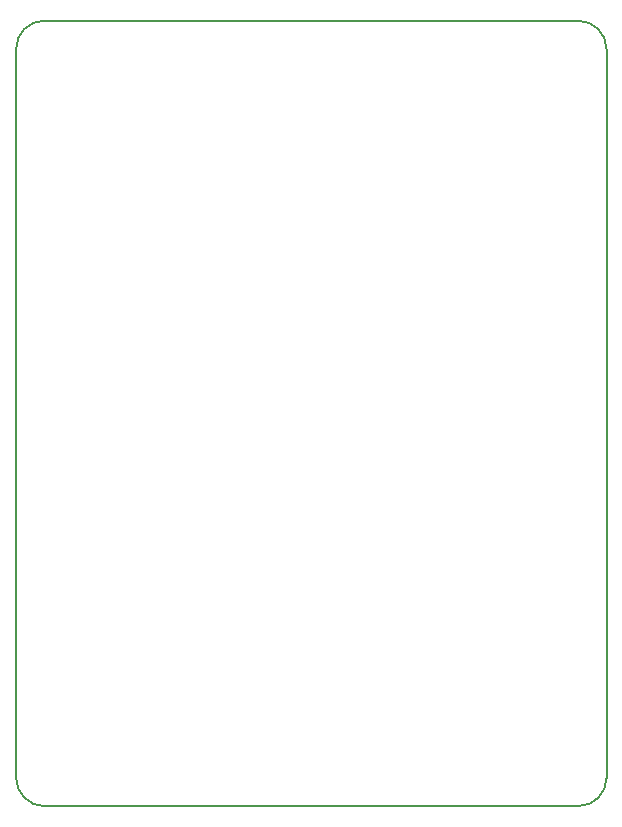
<source format=gm1>
G04*
G04 #@! TF.GenerationSoftware,Altium Limited,Altium Designer,23.3.1 (30)*
G04*
G04 Layer_Color=16711935*
%FSLAX25Y25*%
%MOIN*%
G70*
G04*
G04 #@! TF.SameCoordinates,D048E5A0-3BFD-467D-8461-715AC76033F9*
G04*
G04*
G04 #@! TF.FilePolarity,Positive*
G04*
G01*
G75*
%ADD12C,0.00787*%
D12*
X188976Y1575D02*
G03*
X198425Y11024I0J9449D01*
G01*
Y253937D02*
G03*
X188976Y263386I-9449J0D01*
G01*
X11024D02*
G03*
X1575Y253937I0J-9449D01*
G01*
Y11024D02*
G03*
X11024Y1575I9449J0D01*
G01*
X1575Y11024D02*
Y253937D01*
X11024Y263386D02*
X188976D01*
X198425Y11024D02*
Y253937D01*
X11024Y1575D02*
X188976D01*
D02*
G03*
X198425Y11024I0J9449D01*
G01*
Y253937D02*
G03*
X188976Y263386I-9449J0D01*
G01*
X11024D02*
G03*
X1575Y253937I0J-9449D01*
G01*
Y11024D02*
G03*
X11024Y1575I9449J0D01*
G01*
X1575Y11024D02*
Y253937D01*
X11024Y263386D02*
X188976D01*
X198425Y11024D02*
Y253937D01*
X11024Y1575D02*
X188976D01*
M02*

</source>
